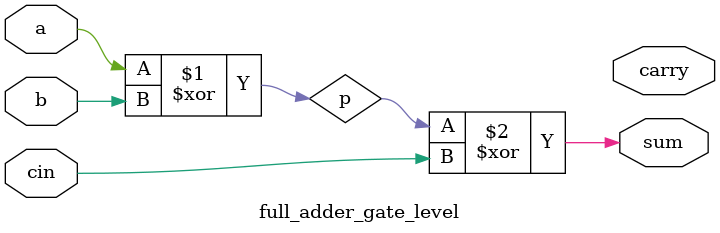
<source format=v>
`timescale 10ns/10ps

module full_adder_gate_level (a,b,cin,sum,carry); 

input a,b,cin; 

output sum, carry; 

wire p,q,r;
    
xor(p,a,b);
xor(sum,p,cin);


and(r,a,b);
and(q,p,cin);
or(cout,q,r);

endmodule
</source>
